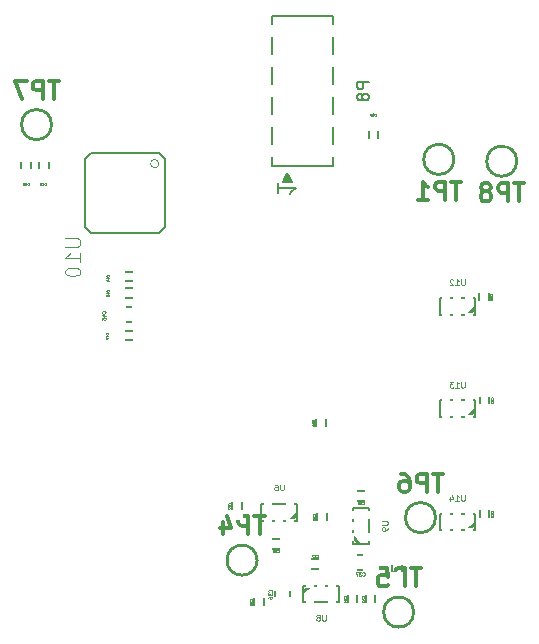
<source format=gbo>
G04 (created by PCBNEW (2013-05-31 BZR 4019)-stable) date 6/26/2014 4:14:42 PM*
%MOIN*%
G04 Gerber Fmt 3.4, Leading zero omitted, Abs format*
%FSLAX34Y34*%
G01*
G70*
G90*
G04 APERTURE LIST*
%ADD10C,0.00590551*%
%ADD11C,0.005*%
%ADD12C,0.0026*%
%ADD13C,0.006*%
%ADD14C,0.003*%
%ADD15C,0.01*%
%ADD16C,0.0078*%
%ADD17C,0.0039*%
%ADD18C,0.0035*%
%ADD19C,0.0016*%
%ADD20C,0.012*%
%ADD21C,0.0024*%
%ADD22C,0.0374*%
%ADD23R,0.0256X0.0414*%
%ADD24C,0.057*%
%ADD25R,0.063X0.0158*%
%ADD26R,0.0158X0.063*%
%ADD27R,0.0374X0.0414*%
%ADD28C,0.0807*%
%ADD29R,0.137827X0.0421575*%
%ADD30R,0.0414X0.0256*%
%ADD31R,0.0414X0.0374*%
%ADD32R,0.0532X0.061*%
%ADD33R,0.061X0.0532*%
%ADD34C,0.182*%
%ADD35O,0.0807402X0.0610551*%
%ADD36R,0.0807402X0.0610551*%
G04 APERTURE END LIST*
G54D10*
G54D11*
X1452Y-7310D02*
X1707Y-7055D01*
X1512Y-7310D02*
X1707Y-7115D01*
X1117Y-6760D02*
X1117Y-6500D01*
X742Y-6760D02*
X742Y-6500D01*
X1492Y-6760D02*
X1492Y-6500D01*
X1117Y-7310D02*
X1117Y-7570D01*
X742Y-7310D02*
X742Y-7570D01*
X1492Y-7310D02*
X1492Y-7570D01*
X1707Y-6760D02*
X527Y-6760D01*
X527Y-6760D02*
X527Y-7310D01*
X527Y-7310D02*
X1707Y-7310D01*
X1707Y-7310D02*
X1707Y-6760D01*
G54D12*
X-11282Y5066D02*
X-11282Y4948D01*
X-11282Y4869D02*
X-11282Y4751D01*
X-11282Y4673D02*
X-11282Y4554D01*
X-11282Y4476D02*
X-11282Y4358D01*
X-11282Y4279D02*
X-11282Y4161D01*
X-11282Y4082D02*
X-11282Y3964D01*
X-11282Y3886D02*
X-11282Y3768D01*
X-11282Y3689D02*
X-11282Y3571D01*
X-11282Y3492D02*
X-11282Y3374D01*
X-11282Y3296D02*
X-11282Y3177D01*
X-11282Y3099D02*
X-11282Y2981D01*
X-11282Y2902D02*
X-11282Y2784D01*
X-10978Y2598D02*
X-11096Y2598D01*
X-10781Y2598D02*
X-10899Y2598D01*
X-10584Y2598D02*
X-10703Y2598D01*
X-10388Y2598D02*
X-10506Y2598D01*
X-10191Y2598D02*
X-10309Y2598D01*
X-9994Y2598D02*
X-10112Y2598D01*
X-9798Y2598D02*
X-9916Y2598D01*
X-9601Y2598D02*
X-9719Y2598D01*
X-9404Y2598D02*
X-9522Y2598D01*
X-9207Y2598D02*
X-9326Y2598D01*
X-9011Y2598D02*
X-9129Y2598D01*
X-8814Y2598D02*
X-8932Y2598D01*
X-8628Y2902D02*
X-8628Y2784D01*
X-8628Y3099D02*
X-8628Y2981D01*
X-8628Y3296D02*
X-8628Y3177D01*
X-8628Y3492D02*
X-8628Y3374D01*
X-8628Y3689D02*
X-8628Y3571D01*
X-8628Y3886D02*
X-8628Y3768D01*
X-8628Y4082D02*
X-8628Y3964D01*
X-8628Y4279D02*
X-8628Y4161D01*
X-8628Y4476D02*
X-8628Y4358D01*
X-8628Y4673D02*
X-8628Y4554D01*
X-8628Y4869D02*
X-8628Y4751D01*
X-8628Y5066D02*
X-8628Y4948D01*
X-8814Y5252D02*
X-8932Y5252D01*
X-9011Y5252D02*
X-9129Y5252D01*
X-9404Y5252D02*
X-9522Y5252D01*
X-9207Y5252D02*
X-9326Y5252D01*
X-9798Y5252D02*
X-9916Y5252D01*
X-9601Y5252D02*
X-9719Y5252D01*
X-10191Y5252D02*
X-10309Y5252D01*
X-9994Y5252D02*
X-10112Y5252D01*
X-10584Y5252D02*
X-10703Y5252D01*
X-10388Y5252D02*
X-10506Y5252D01*
X-10781Y5252D02*
X-10899Y5252D01*
X-10978Y5252D02*
X-11096Y5252D01*
G54D13*
X-8824Y5252D02*
X-8628Y5056D01*
X-8628Y5056D02*
X-8628Y2794D01*
X-8628Y2794D02*
X-8824Y2598D01*
X-8824Y2598D02*
X-11086Y2598D01*
X-11086Y2598D02*
X-11282Y2794D01*
X-11282Y2794D02*
X-11282Y5056D01*
X-11282Y5056D02*
X-11086Y5252D01*
X-11086Y5252D02*
X-8824Y5252D01*
G54D14*
X-8832Y4909D02*
G75*
G03X-8832Y4909I-138J0D01*
G74*
G01*
G54D11*
X-3840Y-8600D02*
X-3840Y-8280D01*
X-3400Y-8290D02*
X-3400Y-8600D01*
X-3300Y-8280D02*
X-3940Y-8280D01*
X-3940Y-8280D02*
X-3940Y-8600D01*
X-3940Y-8600D02*
X-3300Y-8600D01*
X-3300Y-8600D02*
X-3300Y-8280D01*
G54D15*
X-790Y-10040D02*
G75*
G03X-790Y-10040I-50J0D01*
G74*
G01*
X-337Y-10040D02*
G75*
G03X-337Y-10040I-502J0D01*
G74*
G01*
X-60Y-6890D02*
G75*
G03X-60Y-6890I-50J0D01*
G74*
G01*
X392Y-6890D02*
G75*
G03X392Y-6890I-502J0D01*
G74*
G01*
G54D16*
X-5063Y9825D02*
X-5063Y4825D01*
X-3016Y4825D02*
X-3016Y9825D01*
X-5063Y9825D02*
X-3016Y9825D01*
X-3016Y4825D02*
X-5063Y4825D01*
X-4870Y4258D02*
X-4870Y4084D01*
X-4453Y3907D02*
X-4421Y3958D01*
X-4421Y3958D02*
X-4370Y4021D01*
X-4370Y4021D02*
X-4303Y4076D01*
X-4303Y4076D02*
X-4268Y4088D01*
X-4268Y4088D02*
X-4870Y4088D01*
X-4870Y4088D02*
X-4870Y3915D01*
X-4591Y4478D02*
X-4512Y4478D01*
X-4512Y4439D02*
X-4591Y4439D01*
X-4630Y4399D02*
X-4473Y4399D01*
X-4473Y4360D02*
X-4630Y4360D01*
X-4669Y4321D02*
X-4433Y4321D01*
X-4551Y4596D02*
X-4709Y4281D01*
X-4709Y4281D02*
X-4394Y4281D01*
X-4394Y4281D02*
X-4551Y4596D01*
G54D15*
X-6010Y-8310D02*
G75*
G03X-6010Y-8310I-50J0D01*
G74*
G01*
X-5557Y-8310D02*
G75*
G03X-5557Y-8310I-502J0D01*
G74*
G01*
G54D11*
X-4485Y-6990D02*
X-4230Y-6735D01*
X-4425Y-6990D02*
X-4230Y-6795D01*
X-5195Y-6440D02*
X-5195Y-6180D01*
X-4445Y-6440D02*
X-4445Y-6180D01*
X-4820Y-6990D02*
X-4820Y-7250D01*
X-5195Y-6990D02*
X-5195Y-7250D01*
X-4445Y-6990D02*
X-4445Y-7250D01*
X-4230Y-6440D02*
X-5410Y-6440D01*
X-5410Y-6440D02*
X-5410Y-6990D01*
X-5410Y-6990D02*
X-4230Y-6990D01*
X-4230Y-6990D02*
X-4230Y-6440D01*
X-3755Y-9165D02*
X-4010Y-9420D01*
X-3815Y-9165D02*
X-4010Y-9360D01*
X-3045Y-9715D02*
X-3045Y-9975D01*
X-3795Y-9715D02*
X-3795Y-9975D01*
X-3420Y-9165D02*
X-3420Y-8905D01*
X-3045Y-9165D02*
X-3045Y-8905D01*
X-3795Y-9165D02*
X-3795Y-8905D01*
X-4010Y-9715D02*
X-2830Y-9715D01*
X-2830Y-9715D02*
X-2830Y-9165D01*
X-2830Y-9165D02*
X-4010Y-9165D01*
X-4010Y-9165D02*
X-4010Y-9715D01*
X-2370Y-7500D02*
X-2115Y-7755D01*
X-2370Y-7560D02*
X-2175Y-7755D01*
X-1820Y-6790D02*
X-1560Y-6790D01*
X-1820Y-7540D02*
X-1560Y-7540D01*
X-2370Y-7165D02*
X-2630Y-7165D01*
X-2370Y-6790D02*
X-2630Y-6790D01*
X-2370Y-7540D02*
X-2630Y-7540D01*
X-1820Y-7755D02*
X-1820Y-6575D01*
X-1820Y-6575D02*
X-2370Y-6575D01*
X-2370Y-6575D02*
X-2370Y-7755D01*
X-2370Y-7755D02*
X-1820Y-7755D01*
X1452Y-122D02*
X1707Y132D01*
X1512Y-122D02*
X1707Y72D01*
X1117Y427D02*
X1117Y687D01*
X742Y427D02*
X742Y687D01*
X1492Y427D02*
X1492Y687D01*
X1117Y-122D02*
X1117Y-382D01*
X742Y-122D02*
X742Y-382D01*
X1492Y-122D02*
X1492Y-382D01*
X1707Y427D02*
X527Y427D01*
X527Y427D02*
X527Y-122D01*
X527Y-122D02*
X1707Y-122D01*
X1707Y-122D02*
X1707Y427D01*
X-5340Y-9930D02*
X-5660Y-9930D01*
X-5650Y-9490D02*
X-5340Y-9490D01*
X-5660Y-9390D02*
X-5660Y-10030D01*
X-5660Y-10030D02*
X-5340Y-10030D01*
X-5340Y-10030D02*
X-5340Y-9390D01*
X-5340Y-9390D02*
X-5660Y-9390D01*
X-13415Y5070D02*
X-13095Y5070D01*
X-13105Y4630D02*
X-13415Y4630D01*
X-13095Y4530D02*
X-13095Y5170D01*
X-13095Y5170D02*
X-13415Y5170D01*
X-13415Y5170D02*
X-13415Y4530D01*
X-13415Y4530D02*
X-13095Y4530D01*
X-12815Y5070D02*
X-12495Y5070D01*
X-12505Y4630D02*
X-12815Y4630D01*
X-12495Y4530D02*
X-12495Y5170D01*
X-12495Y5170D02*
X-12815Y5170D01*
X-12815Y5170D02*
X-12815Y4530D01*
X-12815Y4530D02*
X-12495Y4530D01*
X-1610Y-9835D02*
X-1930Y-9835D01*
X-1920Y-9395D02*
X-1610Y-9395D01*
X-1930Y-9295D02*
X-1930Y-9935D01*
X-1930Y-9935D02*
X-1610Y-9935D01*
X-1610Y-9935D02*
X-1610Y-9295D01*
X-1610Y-9295D02*
X-1930Y-9295D01*
X1870Y-2765D02*
X2190Y-2765D01*
X2180Y-3205D02*
X1870Y-3205D01*
X2190Y-3305D02*
X2190Y-2665D01*
X2190Y-2665D02*
X1870Y-2665D01*
X1870Y-2665D02*
X1870Y-3305D01*
X1870Y-3305D02*
X2190Y-3305D01*
X1845Y685D02*
X2165Y685D01*
X2155Y245D02*
X1845Y245D01*
X2165Y145D02*
X2165Y785D01*
X2165Y785D02*
X1845Y785D01*
X1845Y785D02*
X1845Y145D01*
X1845Y145D02*
X2165Y145D01*
X-9610Y760D02*
X-9610Y440D01*
X-10050Y450D02*
X-10050Y760D01*
X-10150Y440D02*
X-9510Y440D01*
X-9510Y440D02*
X-9510Y760D01*
X-9510Y760D02*
X-10150Y760D01*
X-10150Y760D02*
X-10150Y440D01*
X-9580Y-375D02*
X-9580Y125D01*
X-10080Y-375D02*
X-10080Y115D01*
X-10230Y-375D02*
X-9430Y-375D01*
X-9430Y-375D02*
X-9430Y125D01*
X-9430Y125D02*
X-10230Y125D01*
X-10230Y125D02*
X-10230Y-375D01*
X1870Y-6540D02*
X2190Y-6540D01*
X2180Y-6980D02*
X1870Y-6980D01*
X2190Y-7080D02*
X2190Y-6440D01*
X2190Y-6440D02*
X1870Y-6440D01*
X1870Y-6440D02*
X1870Y-7080D01*
X1870Y-7080D02*
X2190Y-7080D01*
X-1840Y6080D02*
X-1520Y6080D01*
X-1530Y5640D02*
X-1840Y5640D01*
X-1520Y5540D02*
X-1520Y6180D01*
X-1520Y6180D02*
X-1840Y6180D01*
X-1840Y6180D02*
X-1840Y5540D01*
X-1840Y5540D02*
X-1520Y5540D01*
X-9610Y1310D02*
X-9610Y990D01*
X-10050Y1000D02*
X-10050Y1310D01*
X-10150Y990D02*
X-9510Y990D01*
X-9510Y990D02*
X-9510Y1310D01*
X-9510Y1310D02*
X-10150Y1310D01*
X-10150Y1310D02*
X-10150Y990D01*
X-9610Y-665D02*
X-9610Y-985D01*
X-10050Y-975D02*
X-10050Y-665D01*
X-10150Y-985D02*
X-9510Y-985D01*
X-9510Y-985D02*
X-9510Y-665D01*
X-9510Y-665D02*
X-10150Y-665D01*
X-10150Y-665D02*
X-10150Y-985D01*
X-1055Y-8370D02*
X-735Y-8370D01*
X-745Y-8810D02*
X-1055Y-8810D01*
X-735Y-8910D02*
X-735Y-8270D01*
X-735Y-8270D02*
X-1055Y-8270D01*
X-1055Y-8270D02*
X-1055Y-8910D01*
X-1055Y-8910D02*
X-735Y-8910D01*
X-1870Y-8640D02*
X-1870Y-8140D01*
X-2370Y-8640D02*
X-2370Y-8150D01*
X-2520Y-8640D02*
X-1720Y-8640D01*
X-1720Y-8640D02*
X-1720Y-8140D01*
X-1720Y-8140D02*
X-2520Y-8140D01*
X-2520Y-8140D02*
X-2520Y-8640D01*
X1452Y-3535D02*
X1707Y-3280D01*
X1512Y-3535D02*
X1707Y-3340D01*
X1117Y-2985D02*
X1117Y-2725D01*
X742Y-2985D02*
X742Y-2725D01*
X1492Y-2985D02*
X1492Y-2725D01*
X1117Y-3535D02*
X1117Y-3795D01*
X742Y-3535D02*
X742Y-3795D01*
X1492Y-3535D02*
X1492Y-3795D01*
X1707Y-2985D02*
X527Y-2985D01*
X527Y-2985D02*
X527Y-3535D01*
X527Y-3535D02*
X1707Y-3535D01*
X1707Y-3535D02*
X1707Y-2985D01*
G54D15*
X-12860Y6210D02*
G75*
G03X-12860Y6210I-50J0D01*
G74*
G01*
X-12407Y6210D02*
G75*
G03X-12407Y6210I-502J0D01*
G74*
G01*
G54D11*
X-6060Y-6730D02*
X-6380Y-6730D01*
X-6370Y-6290D02*
X-6060Y-6290D01*
X-6380Y-6190D02*
X-6380Y-6830D01*
X-6380Y-6830D02*
X-6060Y-6830D01*
X-6060Y-6830D02*
X-6060Y-6190D01*
X-6060Y-6190D02*
X-6380Y-6190D01*
X-4700Y-7605D02*
X-4700Y-7925D01*
X-5140Y-7915D02*
X-5140Y-7605D01*
X-5240Y-7925D02*
X-4600Y-7925D01*
X-4600Y-7925D02*
X-4600Y-7605D01*
X-4600Y-7605D02*
X-5240Y-7605D01*
X-5240Y-7605D02*
X-5240Y-7925D01*
X-1875Y-6005D02*
X-1875Y-6325D01*
X-2315Y-6315D02*
X-2315Y-6005D01*
X-2415Y-6325D02*
X-1775Y-6325D01*
X-1775Y-6325D02*
X-1775Y-6005D01*
X-1775Y-6005D02*
X-2415Y-6005D01*
X-2415Y-6005D02*
X-2415Y-6325D01*
X-2210Y-9835D02*
X-2530Y-9835D01*
X-2520Y-9395D02*
X-2210Y-9395D01*
X-2530Y-9295D02*
X-2530Y-9935D01*
X-2530Y-9935D02*
X-2210Y-9935D01*
X-2210Y-9935D02*
X-2210Y-9295D01*
X-2210Y-9295D02*
X-2530Y-9295D01*
X-3235Y-7085D02*
X-3555Y-7085D01*
X-3545Y-6645D02*
X-3235Y-6645D01*
X-3555Y-6545D02*
X-3555Y-7185D01*
X-3555Y-7185D02*
X-3235Y-7185D01*
X-3235Y-7185D02*
X-3235Y-6545D01*
X-3235Y-6545D02*
X-3555Y-6545D01*
X-4970Y-9690D02*
X-4470Y-9690D01*
X-4970Y-9190D02*
X-4480Y-9190D01*
X-4970Y-9040D02*
X-4970Y-9840D01*
X-4970Y-9840D02*
X-4470Y-9840D01*
X-4470Y-9840D02*
X-4470Y-9040D01*
X-4470Y-9040D02*
X-4970Y-9040D01*
G54D15*
X550Y5050D02*
G75*
G03X550Y5050I-50J0D01*
G74*
G01*
X1002Y5050D02*
G75*
G03X1002Y5050I-502J0D01*
G74*
G01*
G54D11*
X-3270Y-3950D02*
X-3590Y-3950D01*
X-3580Y-3510D02*
X-3270Y-3510D01*
X-3590Y-3410D02*
X-3590Y-4050D01*
X-3590Y-4050D02*
X-3270Y-4050D01*
X-3270Y-4050D02*
X-3270Y-3410D01*
X-3270Y-3410D02*
X-3590Y-3410D01*
G54D15*
X2650Y4990D02*
G75*
G03X2650Y4990I-50J0D01*
G74*
G01*
X3102Y4990D02*
G75*
G03X3102Y4990I-502J0D01*
G74*
G01*
G54D17*
X1361Y-6137D02*
X1361Y-6297D01*
X1352Y-6315D01*
X1342Y-6325D01*
X1323Y-6334D01*
X1286Y-6334D01*
X1267Y-6325D01*
X1258Y-6315D01*
X1248Y-6297D01*
X1248Y-6137D01*
X1051Y-6334D02*
X1164Y-6334D01*
X1108Y-6334D02*
X1108Y-6137D01*
X1126Y-6165D01*
X1145Y-6184D01*
X1164Y-6194D01*
X882Y-6203D02*
X882Y-6334D01*
X929Y-6128D02*
X976Y-6269D01*
X854Y-6269D01*
G54D18*
X-11952Y2419D02*
X-11547Y2419D01*
X-11500Y2395D01*
X-11476Y2371D01*
X-11452Y2323D01*
X-11452Y2228D01*
X-11476Y2180D01*
X-11500Y2157D01*
X-11547Y2133D01*
X-11952Y2133D01*
X-11452Y1633D02*
X-11452Y1919D01*
X-11452Y1776D02*
X-11952Y1776D01*
X-11881Y1823D01*
X-11833Y1871D01*
X-11809Y1919D01*
X-11952Y1323D02*
X-11952Y1276D01*
X-11928Y1228D01*
X-11905Y1204D01*
X-11857Y1180D01*
X-11762Y1157D01*
X-11643Y1157D01*
X-11547Y1180D01*
X-11500Y1204D01*
X-11476Y1228D01*
X-11452Y1276D01*
X-11452Y1323D01*
X-11476Y1371D01*
X-11500Y1395D01*
X-11547Y1419D01*
X-11643Y1442D01*
X-11762Y1442D01*
X-11857Y1419D01*
X-11905Y1395D01*
X-11928Y1371D01*
X-11952Y1323D01*
G54D19*
X-3569Y-8214D02*
X-3565Y-8218D01*
X-3554Y-8221D01*
X-3546Y-8221D01*
X-3535Y-8218D01*
X-3527Y-8210D01*
X-3524Y-8203D01*
X-3520Y-8188D01*
X-3520Y-8176D01*
X-3524Y-8161D01*
X-3527Y-8154D01*
X-3535Y-8146D01*
X-3546Y-8142D01*
X-3554Y-8142D01*
X-3565Y-8146D01*
X-3569Y-8150D01*
X-3595Y-8142D02*
X-3644Y-8142D01*
X-3618Y-8173D01*
X-3629Y-8173D01*
X-3636Y-8176D01*
X-3640Y-8180D01*
X-3644Y-8188D01*
X-3644Y-8206D01*
X-3640Y-8214D01*
X-3636Y-8218D01*
X-3629Y-8221D01*
X-3606Y-8221D01*
X-3599Y-8218D01*
X-3595Y-8214D01*
X-3674Y-8150D02*
X-3678Y-8146D01*
X-3685Y-8142D01*
X-3704Y-8142D01*
X-3712Y-8146D01*
X-3715Y-8150D01*
X-3719Y-8158D01*
X-3719Y-8165D01*
X-3715Y-8176D01*
X-3670Y-8221D01*
X-3719Y-8221D01*
G54D20*
X-82Y-8582D02*
X-425Y-8582D01*
X-254Y-9182D02*
X-254Y-8582D01*
X-625Y-9182D02*
X-625Y-8582D01*
X-854Y-8582D01*
X-911Y-8611D01*
X-940Y-8640D01*
X-968Y-8697D01*
X-968Y-8782D01*
X-940Y-8840D01*
X-911Y-8868D01*
X-854Y-8897D01*
X-625Y-8897D01*
X-1511Y-8582D02*
X-1225Y-8582D01*
X-1197Y-8868D01*
X-1225Y-8840D01*
X-1282Y-8811D01*
X-1425Y-8811D01*
X-1482Y-8840D01*
X-1511Y-8868D01*
X-1540Y-8925D01*
X-1540Y-9068D01*
X-1511Y-9125D01*
X-1482Y-9154D01*
X-1425Y-9182D01*
X-1282Y-9182D01*
X-1225Y-9154D01*
X-1197Y-9125D01*
X647Y-5432D02*
X304Y-5432D01*
X475Y-6032D02*
X475Y-5432D01*
X104Y-6032D02*
X104Y-5432D01*
X-124Y-5432D01*
X-181Y-5461D01*
X-210Y-5490D01*
X-238Y-5547D01*
X-238Y-5632D01*
X-210Y-5690D01*
X-181Y-5718D01*
X-124Y-5747D01*
X104Y-5747D01*
X-752Y-5432D02*
X-638Y-5432D01*
X-581Y-5461D01*
X-552Y-5490D01*
X-495Y-5575D01*
X-467Y-5690D01*
X-467Y-5918D01*
X-495Y-5975D01*
X-524Y-6004D01*
X-581Y-6032D01*
X-695Y-6032D01*
X-752Y-6004D01*
X-781Y-5975D01*
X-810Y-5918D01*
X-810Y-5775D01*
X-781Y-5718D01*
X-752Y-5690D01*
X-695Y-5661D01*
X-581Y-5661D01*
X-524Y-5690D01*
X-495Y-5718D01*
X-467Y-5775D01*
G54D16*
X-1833Y7615D02*
X-2226Y7615D01*
X-2226Y7465D01*
X-2207Y7427D01*
X-2189Y7409D01*
X-2151Y7390D01*
X-2095Y7390D01*
X-2058Y7409D01*
X-2039Y7427D01*
X-2020Y7465D01*
X-2020Y7615D01*
X-2058Y7165D02*
X-2076Y7203D01*
X-2095Y7222D01*
X-2133Y7240D01*
X-2151Y7240D01*
X-2189Y7222D01*
X-2207Y7203D01*
X-2226Y7165D01*
X-2226Y7091D01*
X-2207Y7053D01*
X-2189Y7034D01*
X-2151Y7016D01*
X-2133Y7016D01*
X-2095Y7034D01*
X-2076Y7053D01*
X-2058Y7091D01*
X-2058Y7165D01*
X-2039Y7203D01*
X-2020Y7222D01*
X-1983Y7240D01*
X-1908Y7240D01*
X-1871Y7222D01*
X-1852Y7203D01*
X-1833Y7165D01*
X-1833Y7091D01*
X-1852Y7053D01*
X-1871Y7034D01*
X-1908Y7016D01*
X-1983Y7016D01*
X-2020Y7034D01*
X-2039Y7053D01*
X-2058Y7091D01*
G54D20*
X-5302Y-6852D02*
X-5645Y-6852D01*
X-5474Y-7452D02*
X-5474Y-6852D01*
X-5845Y-7452D02*
X-5845Y-6852D01*
X-6074Y-6852D01*
X-6131Y-6881D01*
X-6160Y-6910D01*
X-6188Y-6967D01*
X-6188Y-7052D01*
X-6160Y-7110D01*
X-6131Y-7138D01*
X-6074Y-7167D01*
X-5845Y-7167D01*
X-6702Y-7052D02*
X-6702Y-7452D01*
X-6560Y-6824D02*
X-6417Y-7252D01*
X-6788Y-7252D01*
G54D17*
X-4669Y-5787D02*
X-4669Y-5947D01*
X-4679Y-5965D01*
X-4688Y-5975D01*
X-4707Y-5984D01*
X-4744Y-5984D01*
X-4763Y-5975D01*
X-4773Y-5965D01*
X-4782Y-5947D01*
X-4782Y-5787D01*
X-4960Y-5787D02*
X-4923Y-5787D01*
X-4904Y-5797D01*
X-4895Y-5806D01*
X-4876Y-5834D01*
X-4866Y-5872D01*
X-4866Y-5947D01*
X-4876Y-5965D01*
X-4885Y-5975D01*
X-4904Y-5984D01*
X-4941Y-5984D01*
X-4960Y-5975D01*
X-4970Y-5965D01*
X-4979Y-5947D01*
X-4979Y-5900D01*
X-4970Y-5881D01*
X-4960Y-5872D01*
X-4941Y-5862D01*
X-4904Y-5862D01*
X-4885Y-5872D01*
X-4876Y-5881D01*
X-4866Y-5900D01*
X-3269Y-10132D02*
X-3269Y-10292D01*
X-3279Y-10310D01*
X-3288Y-10320D01*
X-3307Y-10329D01*
X-3344Y-10329D01*
X-3363Y-10320D01*
X-3373Y-10310D01*
X-3382Y-10292D01*
X-3382Y-10132D01*
X-3504Y-10217D02*
X-3485Y-10207D01*
X-3476Y-10198D01*
X-3466Y-10179D01*
X-3466Y-10170D01*
X-3476Y-10151D01*
X-3485Y-10142D01*
X-3504Y-10132D01*
X-3541Y-10132D01*
X-3560Y-10142D01*
X-3570Y-10151D01*
X-3579Y-10170D01*
X-3579Y-10179D01*
X-3570Y-10198D01*
X-3560Y-10207D01*
X-3541Y-10217D01*
X-3504Y-10217D01*
X-3485Y-10226D01*
X-3476Y-10235D01*
X-3466Y-10254D01*
X-3466Y-10292D01*
X-3476Y-10310D01*
X-3485Y-10320D01*
X-3504Y-10329D01*
X-3541Y-10329D01*
X-3560Y-10320D01*
X-3570Y-10310D01*
X-3579Y-10292D01*
X-3579Y-10254D01*
X-3570Y-10235D01*
X-3560Y-10226D01*
X-3541Y-10217D01*
X-1402Y-7014D02*
X-1242Y-7014D01*
X-1224Y-7024D01*
X-1214Y-7033D01*
X-1205Y-7052D01*
X-1205Y-7089D01*
X-1214Y-7108D01*
X-1224Y-7118D01*
X-1242Y-7127D01*
X-1402Y-7127D01*
X-1205Y-7230D02*
X-1205Y-7268D01*
X-1214Y-7286D01*
X-1224Y-7296D01*
X-1252Y-7315D01*
X-1289Y-7324D01*
X-1364Y-7324D01*
X-1383Y-7315D01*
X-1392Y-7305D01*
X-1402Y-7286D01*
X-1402Y-7249D01*
X-1392Y-7230D01*
X-1383Y-7221D01*
X-1364Y-7211D01*
X-1317Y-7211D01*
X-1299Y-7221D01*
X-1289Y-7230D01*
X-1280Y-7249D01*
X-1280Y-7286D01*
X-1289Y-7305D01*
X-1299Y-7315D01*
X-1317Y-7324D01*
X1361Y1049D02*
X1361Y890D01*
X1352Y871D01*
X1342Y862D01*
X1323Y852D01*
X1286Y852D01*
X1267Y862D01*
X1258Y871D01*
X1248Y890D01*
X1248Y1049D01*
X1051Y852D02*
X1164Y852D01*
X1108Y852D02*
X1108Y1049D01*
X1126Y1021D01*
X1145Y1002D01*
X1164Y993D01*
X976Y1031D02*
X967Y1040D01*
X948Y1049D01*
X901Y1049D01*
X882Y1040D01*
X873Y1031D01*
X864Y1012D01*
X864Y993D01*
X873Y965D01*
X986Y852D01*
X864Y852D01*
G54D19*
X-5725Y-9659D02*
X-5721Y-9655D01*
X-5718Y-9644D01*
X-5718Y-9636D01*
X-5721Y-9625D01*
X-5729Y-9617D01*
X-5736Y-9614D01*
X-5751Y-9610D01*
X-5763Y-9610D01*
X-5778Y-9614D01*
X-5785Y-9617D01*
X-5793Y-9625D01*
X-5797Y-9636D01*
X-5797Y-9644D01*
X-5793Y-9655D01*
X-5789Y-9659D01*
X-5797Y-9685D02*
X-5797Y-9734D01*
X-5766Y-9708D01*
X-5766Y-9719D01*
X-5763Y-9726D01*
X-5759Y-9730D01*
X-5751Y-9734D01*
X-5733Y-9734D01*
X-5725Y-9730D01*
X-5721Y-9726D01*
X-5718Y-9719D01*
X-5718Y-9696D01*
X-5721Y-9689D01*
X-5725Y-9685D01*
X-5718Y-9772D02*
X-5718Y-9787D01*
X-5721Y-9794D01*
X-5725Y-9798D01*
X-5736Y-9805D01*
X-5751Y-9809D01*
X-5781Y-9809D01*
X-5789Y-9805D01*
X-5793Y-9802D01*
X-5797Y-9794D01*
X-5797Y-9779D01*
X-5793Y-9772D01*
X-5789Y-9768D01*
X-5781Y-9764D01*
X-5763Y-9764D01*
X-5755Y-9768D01*
X-5751Y-9772D01*
X-5748Y-9779D01*
X-5748Y-9794D01*
X-5751Y-9802D01*
X-5755Y-9805D01*
X-5763Y-9809D01*
X-13204Y4200D02*
X-13200Y4196D01*
X-13189Y4193D01*
X-13181Y4193D01*
X-13170Y4196D01*
X-13162Y4204D01*
X-13159Y4211D01*
X-13155Y4226D01*
X-13155Y4238D01*
X-13159Y4253D01*
X-13162Y4260D01*
X-13170Y4268D01*
X-13181Y4272D01*
X-13189Y4272D01*
X-13200Y4268D01*
X-13204Y4264D01*
X-13271Y4245D02*
X-13271Y4193D01*
X-13253Y4275D02*
X-13234Y4219D01*
X-13283Y4219D01*
X-13324Y4238D02*
X-13317Y4241D01*
X-13313Y4245D01*
X-13309Y4253D01*
X-13309Y4256D01*
X-13313Y4264D01*
X-13317Y4268D01*
X-13324Y4272D01*
X-13339Y4272D01*
X-13347Y4268D01*
X-13350Y4264D01*
X-13354Y4256D01*
X-13354Y4253D01*
X-13350Y4245D01*
X-13347Y4241D01*
X-13339Y4238D01*
X-13324Y4238D01*
X-13317Y4234D01*
X-13313Y4230D01*
X-13309Y4223D01*
X-13309Y4208D01*
X-13313Y4200D01*
X-13317Y4196D01*
X-13324Y4193D01*
X-13339Y4193D01*
X-13347Y4196D01*
X-13350Y4200D01*
X-13354Y4208D01*
X-13354Y4223D01*
X-13350Y4230D01*
X-13347Y4234D01*
X-13339Y4238D01*
X-12629Y4200D02*
X-12625Y4196D01*
X-12614Y4193D01*
X-12606Y4193D01*
X-12595Y4196D01*
X-12587Y4204D01*
X-12584Y4211D01*
X-12580Y4226D01*
X-12580Y4238D01*
X-12584Y4253D01*
X-12587Y4260D01*
X-12595Y4268D01*
X-12606Y4272D01*
X-12614Y4272D01*
X-12625Y4268D01*
X-12629Y4264D01*
X-12696Y4245D02*
X-12696Y4193D01*
X-12678Y4275D02*
X-12659Y4219D01*
X-12708Y4219D01*
X-12730Y4272D02*
X-12779Y4272D01*
X-12753Y4241D01*
X-12764Y4241D01*
X-12772Y4238D01*
X-12775Y4234D01*
X-12779Y4226D01*
X-12779Y4208D01*
X-12775Y4200D01*
X-12772Y4196D01*
X-12764Y4193D01*
X-12742Y4193D01*
X-12734Y4196D01*
X-12730Y4200D01*
X-1995Y-9564D02*
X-1991Y-9560D01*
X-1988Y-9549D01*
X-1988Y-9541D01*
X-1991Y-9530D01*
X-1999Y-9522D01*
X-2006Y-9519D01*
X-2021Y-9515D01*
X-2033Y-9515D01*
X-2048Y-9519D01*
X-2055Y-9522D01*
X-2063Y-9530D01*
X-2067Y-9541D01*
X-2067Y-9549D01*
X-2063Y-9560D01*
X-2059Y-9564D01*
X-2040Y-9631D02*
X-1988Y-9631D01*
X-2070Y-9613D02*
X-2014Y-9594D01*
X-2014Y-9643D01*
X-2059Y-9669D02*
X-2063Y-9673D01*
X-2067Y-9680D01*
X-2067Y-9699D01*
X-2063Y-9707D01*
X-2059Y-9710D01*
X-2051Y-9714D01*
X-2044Y-9714D01*
X-2033Y-9710D01*
X-1988Y-9665D01*
X-1988Y-9714D01*
X2304Y-2934D02*
X2308Y-2930D01*
X2311Y-2919D01*
X2311Y-2911D01*
X2308Y-2900D01*
X2300Y-2892D01*
X2293Y-2889D01*
X2278Y-2885D01*
X2266Y-2885D01*
X2251Y-2889D01*
X2244Y-2892D01*
X2236Y-2900D01*
X2232Y-2911D01*
X2232Y-2919D01*
X2236Y-2930D01*
X2240Y-2934D01*
X2232Y-3005D02*
X2232Y-2968D01*
X2270Y-2964D01*
X2266Y-2968D01*
X2263Y-2975D01*
X2263Y-2994D01*
X2266Y-3001D01*
X2270Y-3005D01*
X2278Y-3009D01*
X2296Y-3009D01*
X2304Y-3005D01*
X2308Y-3001D01*
X2311Y-2994D01*
X2311Y-2975D01*
X2308Y-2968D01*
X2304Y-2964D01*
X2311Y-3084D02*
X2311Y-3039D01*
X2311Y-3062D02*
X2232Y-3062D01*
X2244Y-3054D01*
X2251Y-3047D01*
X2255Y-3039D01*
X2279Y515D02*
X2283Y519D01*
X2286Y530D01*
X2286Y538D01*
X2283Y549D01*
X2275Y557D01*
X2268Y560D01*
X2253Y564D01*
X2241Y564D01*
X2226Y560D01*
X2219Y557D01*
X2211Y549D01*
X2207Y538D01*
X2207Y530D01*
X2211Y519D01*
X2215Y515D01*
X2207Y444D02*
X2207Y481D01*
X2245Y485D01*
X2241Y481D01*
X2238Y474D01*
X2238Y455D01*
X2241Y448D01*
X2245Y444D01*
X2253Y440D01*
X2271Y440D01*
X2279Y444D01*
X2283Y448D01*
X2286Y455D01*
X2286Y474D01*
X2283Y481D01*
X2279Y485D01*
X2207Y391D02*
X2207Y384D01*
X2211Y376D01*
X2215Y372D01*
X2223Y369D01*
X2238Y365D01*
X2256Y365D01*
X2271Y369D01*
X2279Y372D01*
X2283Y376D01*
X2286Y384D01*
X2286Y391D01*
X2283Y399D01*
X2279Y402D01*
X2271Y406D01*
X2256Y410D01*
X2238Y410D01*
X2223Y406D01*
X2215Y402D01*
X2211Y399D01*
X2207Y391D01*
X-10505Y650D02*
X-10501Y654D01*
X-10498Y665D01*
X-10498Y673D01*
X-10501Y684D01*
X-10509Y692D01*
X-10516Y695D01*
X-10531Y699D01*
X-10543Y699D01*
X-10558Y695D01*
X-10565Y692D01*
X-10573Y684D01*
X-10577Y673D01*
X-10577Y665D01*
X-10573Y654D01*
X-10569Y650D01*
X-10550Y583D02*
X-10498Y583D01*
X-10580Y601D02*
X-10524Y620D01*
X-10524Y571D01*
X-10577Y504D02*
X-10577Y541D01*
X-10539Y545D01*
X-10543Y541D01*
X-10546Y534D01*
X-10546Y515D01*
X-10543Y507D01*
X-10539Y504D01*
X-10531Y500D01*
X-10513Y500D01*
X-10505Y504D01*
X-10501Y507D01*
X-10498Y515D01*
X-10498Y534D01*
X-10501Y541D01*
X-10505Y545D01*
G54D21*
X-10618Y-74D02*
X-10612Y-68D01*
X-10607Y-51D01*
X-10607Y-40D01*
X-10612Y-23D01*
X-10624Y-12D01*
X-10635Y-6D01*
X-10657Y-1D01*
X-10674Y-1D01*
X-10697Y-6D01*
X-10708Y-12D01*
X-10719Y-23D01*
X-10725Y-40D01*
X-10725Y-51D01*
X-10719Y-68D01*
X-10714Y-74D01*
X-10685Y-175D02*
X-10607Y-175D01*
X-10730Y-147D02*
X-10646Y-119D01*
X-10646Y-192D01*
X-10725Y-287D02*
X-10725Y-265D01*
X-10719Y-253D01*
X-10714Y-248D01*
X-10697Y-237D01*
X-10674Y-231D01*
X-10629Y-231D01*
X-10618Y-237D01*
X-10612Y-242D01*
X-10607Y-253D01*
X-10607Y-276D01*
X-10612Y-287D01*
X-10618Y-293D01*
X-10629Y-298D01*
X-10657Y-298D01*
X-10669Y-293D01*
X-10674Y-287D01*
X-10680Y-276D01*
X-10680Y-253D01*
X-10674Y-242D01*
X-10669Y-237D01*
X-10657Y-231D01*
G54D19*
X2304Y-6709D02*
X2308Y-6705D01*
X2311Y-6694D01*
X2311Y-6686D01*
X2308Y-6675D01*
X2300Y-6667D01*
X2293Y-6664D01*
X2278Y-6660D01*
X2266Y-6660D01*
X2251Y-6664D01*
X2244Y-6667D01*
X2236Y-6675D01*
X2232Y-6686D01*
X2232Y-6694D01*
X2236Y-6705D01*
X2240Y-6709D01*
X2232Y-6780D02*
X2232Y-6743D01*
X2270Y-6739D01*
X2266Y-6743D01*
X2263Y-6750D01*
X2263Y-6769D01*
X2266Y-6776D01*
X2270Y-6780D01*
X2278Y-6784D01*
X2296Y-6784D01*
X2304Y-6780D01*
X2308Y-6776D01*
X2311Y-6769D01*
X2311Y-6750D01*
X2308Y-6743D01*
X2304Y-6739D01*
X2240Y-6814D02*
X2236Y-6818D01*
X2232Y-6825D01*
X2232Y-6844D01*
X2236Y-6852D01*
X2240Y-6855D01*
X2248Y-6859D01*
X2255Y-6859D01*
X2266Y-6855D01*
X2311Y-6810D01*
X2311Y-6859D01*
X-1629Y6505D02*
X-1625Y6501D01*
X-1614Y6498D01*
X-1606Y6498D01*
X-1595Y6501D01*
X-1587Y6509D01*
X-1584Y6516D01*
X-1580Y6531D01*
X-1580Y6543D01*
X-1584Y6558D01*
X-1587Y6565D01*
X-1595Y6573D01*
X-1606Y6577D01*
X-1614Y6577D01*
X-1625Y6573D01*
X-1629Y6569D01*
X-1696Y6550D02*
X-1696Y6498D01*
X-1678Y6580D02*
X-1659Y6524D01*
X-1708Y6524D01*
X-1742Y6498D02*
X-1757Y6498D01*
X-1764Y6501D01*
X-1768Y6505D01*
X-1775Y6516D01*
X-1779Y6531D01*
X-1779Y6561D01*
X-1775Y6569D01*
X-1772Y6573D01*
X-1764Y6577D01*
X-1749Y6577D01*
X-1742Y6573D01*
X-1738Y6569D01*
X-1734Y6561D01*
X-1734Y6543D01*
X-1738Y6535D01*
X-1742Y6531D01*
X-1749Y6528D01*
X-1764Y6528D01*
X-1772Y6531D01*
X-1775Y6535D01*
X-1779Y6543D01*
X-10505Y1150D02*
X-10501Y1154D01*
X-10498Y1165D01*
X-10498Y1173D01*
X-10501Y1184D01*
X-10509Y1192D01*
X-10516Y1195D01*
X-10531Y1199D01*
X-10543Y1199D01*
X-10558Y1195D01*
X-10565Y1192D01*
X-10573Y1184D01*
X-10577Y1173D01*
X-10577Y1165D01*
X-10573Y1154D01*
X-10569Y1150D01*
X-10550Y1083D02*
X-10498Y1083D01*
X-10580Y1101D02*
X-10524Y1120D01*
X-10524Y1071D01*
X-10550Y1007D02*
X-10498Y1007D01*
X-10580Y1026D02*
X-10524Y1045D01*
X-10524Y996D01*
X-10530Y-774D02*
X-10526Y-770D01*
X-10523Y-759D01*
X-10523Y-751D01*
X-10526Y-740D01*
X-10534Y-732D01*
X-10541Y-729D01*
X-10556Y-725D01*
X-10568Y-725D01*
X-10583Y-729D01*
X-10590Y-732D01*
X-10598Y-740D01*
X-10602Y-751D01*
X-10602Y-759D01*
X-10598Y-770D01*
X-10594Y-774D01*
X-10575Y-841D02*
X-10523Y-841D01*
X-10605Y-823D02*
X-10549Y-804D01*
X-10549Y-853D01*
X-10602Y-875D02*
X-10602Y-928D01*
X-10523Y-894D01*
X-620Y-8539D02*
X-616Y-8535D01*
X-613Y-8524D01*
X-613Y-8516D01*
X-616Y-8505D01*
X-624Y-8497D01*
X-631Y-8494D01*
X-646Y-8490D01*
X-658Y-8490D01*
X-673Y-8494D01*
X-680Y-8497D01*
X-688Y-8505D01*
X-692Y-8516D01*
X-692Y-8524D01*
X-688Y-8535D01*
X-684Y-8539D01*
X-665Y-8606D02*
X-613Y-8606D01*
X-695Y-8588D02*
X-639Y-8569D01*
X-639Y-8618D01*
X-692Y-8663D02*
X-692Y-8670D01*
X-688Y-8678D01*
X-684Y-8682D01*
X-676Y-8685D01*
X-661Y-8689D01*
X-643Y-8689D01*
X-628Y-8685D01*
X-620Y-8682D01*
X-616Y-8678D01*
X-613Y-8670D01*
X-613Y-8663D01*
X-616Y-8655D01*
X-620Y-8652D01*
X-628Y-8648D01*
X-643Y-8644D01*
X-661Y-8644D01*
X-676Y-8648D01*
X-684Y-8652D01*
X-688Y-8655D01*
X-692Y-8663D01*
G54D21*
X-2044Y-8816D02*
X-2038Y-8822D01*
X-2021Y-8827D01*
X-2010Y-8827D01*
X-1993Y-8822D01*
X-1982Y-8810D01*
X-1976Y-8799D01*
X-1971Y-8777D01*
X-1971Y-8760D01*
X-1976Y-8737D01*
X-1982Y-8726D01*
X-1993Y-8715D01*
X-2010Y-8709D01*
X-2021Y-8709D01*
X-2038Y-8715D01*
X-2044Y-8721D01*
X-2083Y-8709D02*
X-2156Y-8709D01*
X-2117Y-8754D01*
X-2134Y-8754D01*
X-2145Y-8760D01*
X-2150Y-8765D01*
X-2156Y-8777D01*
X-2156Y-8805D01*
X-2150Y-8816D01*
X-2145Y-8822D01*
X-2134Y-8827D01*
X-2100Y-8827D01*
X-2089Y-8822D01*
X-2083Y-8816D01*
X-2195Y-8709D02*
X-2274Y-8709D01*
X-2223Y-8827D01*
G54D17*
X1361Y-2362D02*
X1361Y-2522D01*
X1352Y-2540D01*
X1342Y-2550D01*
X1323Y-2559D01*
X1286Y-2559D01*
X1267Y-2550D01*
X1258Y-2540D01*
X1248Y-2522D01*
X1248Y-2362D01*
X1051Y-2559D02*
X1164Y-2559D01*
X1108Y-2559D02*
X1108Y-2362D01*
X1126Y-2390D01*
X1145Y-2409D01*
X1164Y-2419D01*
X986Y-2362D02*
X864Y-2362D01*
X929Y-2437D01*
X901Y-2437D01*
X882Y-2447D01*
X873Y-2456D01*
X864Y-2475D01*
X864Y-2522D01*
X873Y-2540D01*
X882Y-2550D01*
X901Y-2559D01*
X958Y-2559D01*
X976Y-2550D01*
X986Y-2540D01*
G54D20*
X-12152Y7667D02*
X-12495Y7667D01*
X-12324Y7067D02*
X-12324Y7667D01*
X-12695Y7067D02*
X-12695Y7667D01*
X-12924Y7667D01*
X-12981Y7638D01*
X-13010Y7610D01*
X-13038Y7552D01*
X-13038Y7467D01*
X-13010Y7410D01*
X-12981Y7381D01*
X-12924Y7352D01*
X-12695Y7352D01*
X-13238Y7667D02*
X-13638Y7667D01*
X-13381Y7067D01*
G54D19*
X-6445Y-6459D02*
X-6441Y-6455D01*
X-6438Y-6444D01*
X-6438Y-6436D01*
X-6441Y-6425D01*
X-6449Y-6417D01*
X-6456Y-6414D01*
X-6471Y-6410D01*
X-6483Y-6410D01*
X-6498Y-6414D01*
X-6505Y-6417D01*
X-6513Y-6425D01*
X-6517Y-6436D01*
X-6517Y-6444D01*
X-6513Y-6455D01*
X-6509Y-6459D01*
X-6509Y-6489D02*
X-6513Y-6493D01*
X-6517Y-6500D01*
X-6517Y-6519D01*
X-6513Y-6526D01*
X-6509Y-6530D01*
X-6501Y-6534D01*
X-6494Y-6534D01*
X-6483Y-6530D01*
X-6438Y-6485D01*
X-6438Y-6534D01*
X-6517Y-6560D02*
X-6517Y-6613D01*
X-6438Y-6579D01*
X-4869Y-8039D02*
X-4865Y-8043D01*
X-4854Y-8046D01*
X-4846Y-8046D01*
X-4835Y-8043D01*
X-4827Y-8035D01*
X-4824Y-8028D01*
X-4820Y-8013D01*
X-4820Y-8001D01*
X-4824Y-7986D01*
X-4827Y-7979D01*
X-4835Y-7971D01*
X-4846Y-7967D01*
X-4854Y-7967D01*
X-4865Y-7971D01*
X-4869Y-7975D01*
X-4899Y-7975D02*
X-4903Y-7971D01*
X-4910Y-7967D01*
X-4929Y-7967D01*
X-4936Y-7971D01*
X-4940Y-7975D01*
X-4944Y-7983D01*
X-4944Y-7990D01*
X-4940Y-8001D01*
X-4895Y-8046D01*
X-4944Y-8046D01*
X-4989Y-8001D02*
X-4982Y-7998D01*
X-4978Y-7994D01*
X-4974Y-7986D01*
X-4974Y-7983D01*
X-4978Y-7975D01*
X-4982Y-7971D01*
X-4989Y-7967D01*
X-5004Y-7967D01*
X-5012Y-7971D01*
X-5015Y-7975D01*
X-5019Y-7983D01*
X-5019Y-7986D01*
X-5015Y-7994D01*
X-5012Y-7998D01*
X-5004Y-8001D01*
X-4989Y-8001D01*
X-4982Y-8005D01*
X-4978Y-8009D01*
X-4974Y-8016D01*
X-4974Y-8031D01*
X-4978Y-8039D01*
X-4982Y-8043D01*
X-4989Y-8046D01*
X-5004Y-8046D01*
X-5012Y-8043D01*
X-5015Y-8039D01*
X-5019Y-8031D01*
X-5019Y-8016D01*
X-5015Y-8009D01*
X-5012Y-8005D01*
X-5004Y-8001D01*
X-2044Y-6439D02*
X-2040Y-6443D01*
X-2029Y-6446D01*
X-2021Y-6446D01*
X-2010Y-6443D01*
X-2002Y-6435D01*
X-1999Y-6428D01*
X-1995Y-6413D01*
X-1995Y-6401D01*
X-1999Y-6386D01*
X-2002Y-6379D01*
X-2010Y-6371D01*
X-2021Y-6367D01*
X-2029Y-6367D01*
X-2040Y-6371D01*
X-2044Y-6375D01*
X-2070Y-6367D02*
X-2119Y-6367D01*
X-2093Y-6398D01*
X-2104Y-6398D01*
X-2111Y-6401D01*
X-2115Y-6405D01*
X-2119Y-6413D01*
X-2119Y-6431D01*
X-2115Y-6439D01*
X-2111Y-6443D01*
X-2104Y-6446D01*
X-2081Y-6446D01*
X-2074Y-6443D01*
X-2070Y-6439D01*
X-2190Y-6367D02*
X-2153Y-6367D01*
X-2149Y-6405D01*
X-2153Y-6401D01*
X-2160Y-6398D01*
X-2179Y-6398D01*
X-2187Y-6401D01*
X-2190Y-6405D01*
X-2194Y-6413D01*
X-2194Y-6431D01*
X-2190Y-6439D01*
X-2187Y-6443D01*
X-2179Y-6446D01*
X-2160Y-6446D01*
X-2153Y-6443D01*
X-2149Y-6439D01*
X-2595Y-9564D02*
X-2591Y-9560D01*
X-2588Y-9549D01*
X-2588Y-9541D01*
X-2591Y-9530D01*
X-2599Y-9522D01*
X-2606Y-9519D01*
X-2621Y-9515D01*
X-2633Y-9515D01*
X-2648Y-9519D01*
X-2655Y-9522D01*
X-2663Y-9530D01*
X-2667Y-9541D01*
X-2667Y-9549D01*
X-2663Y-9560D01*
X-2659Y-9564D01*
X-2667Y-9590D02*
X-2667Y-9639D01*
X-2636Y-9613D01*
X-2636Y-9624D01*
X-2633Y-9631D01*
X-2629Y-9635D01*
X-2621Y-9639D01*
X-2603Y-9639D01*
X-2595Y-9635D01*
X-2591Y-9631D01*
X-2588Y-9624D01*
X-2588Y-9601D01*
X-2591Y-9594D01*
X-2595Y-9590D01*
X-2640Y-9707D02*
X-2588Y-9707D01*
X-2670Y-9688D02*
X-2614Y-9669D01*
X-2614Y-9718D01*
X-3620Y-6814D02*
X-3616Y-6810D01*
X-3613Y-6799D01*
X-3613Y-6791D01*
X-3616Y-6780D01*
X-3624Y-6772D01*
X-3631Y-6769D01*
X-3646Y-6765D01*
X-3658Y-6765D01*
X-3673Y-6769D01*
X-3680Y-6772D01*
X-3688Y-6780D01*
X-3692Y-6791D01*
X-3692Y-6799D01*
X-3688Y-6810D01*
X-3684Y-6814D01*
X-3692Y-6840D02*
X-3692Y-6889D01*
X-3661Y-6863D01*
X-3661Y-6874D01*
X-3658Y-6881D01*
X-3654Y-6885D01*
X-3646Y-6889D01*
X-3628Y-6889D01*
X-3620Y-6885D01*
X-3616Y-6881D01*
X-3613Y-6874D01*
X-3613Y-6851D01*
X-3616Y-6844D01*
X-3620Y-6840D01*
X-3692Y-6938D02*
X-3692Y-6945D01*
X-3688Y-6953D01*
X-3684Y-6957D01*
X-3676Y-6960D01*
X-3661Y-6964D01*
X-3643Y-6964D01*
X-3628Y-6960D01*
X-3620Y-6957D01*
X-3616Y-6953D01*
X-3613Y-6945D01*
X-3613Y-6938D01*
X-3616Y-6930D01*
X-3620Y-6927D01*
X-3628Y-6923D01*
X-3643Y-6919D01*
X-3661Y-6919D01*
X-3676Y-6923D01*
X-3684Y-6927D01*
X-3688Y-6930D01*
X-3692Y-6938D01*
G54D21*
X-5073Y-9364D02*
X-5067Y-9358D01*
X-5062Y-9341D01*
X-5062Y-9330D01*
X-5067Y-9313D01*
X-5079Y-9302D01*
X-5090Y-9296D01*
X-5112Y-9291D01*
X-5129Y-9291D01*
X-5152Y-9296D01*
X-5163Y-9302D01*
X-5174Y-9313D01*
X-5180Y-9330D01*
X-5180Y-9341D01*
X-5174Y-9358D01*
X-5169Y-9364D01*
X-5180Y-9403D02*
X-5180Y-9476D01*
X-5135Y-9437D01*
X-5135Y-9454D01*
X-5129Y-9465D01*
X-5124Y-9470D01*
X-5112Y-9476D01*
X-5084Y-9476D01*
X-5073Y-9470D01*
X-5067Y-9465D01*
X-5062Y-9454D01*
X-5062Y-9420D01*
X-5067Y-9409D01*
X-5073Y-9403D01*
X-5180Y-9577D02*
X-5180Y-9555D01*
X-5174Y-9543D01*
X-5169Y-9538D01*
X-5152Y-9527D01*
X-5129Y-9521D01*
X-5084Y-9521D01*
X-5073Y-9527D01*
X-5067Y-9532D01*
X-5062Y-9543D01*
X-5062Y-9566D01*
X-5067Y-9577D01*
X-5073Y-9583D01*
X-5084Y-9588D01*
X-5112Y-9588D01*
X-5124Y-9583D01*
X-5129Y-9577D01*
X-5135Y-9566D01*
X-5135Y-9543D01*
X-5129Y-9532D01*
X-5124Y-9527D01*
X-5112Y-9521D01*
G54D20*
X1257Y4307D02*
X914Y4307D01*
X1085Y3707D02*
X1085Y4307D01*
X714Y3707D02*
X714Y4307D01*
X485Y4307D01*
X428Y4278D01*
X400Y4250D01*
X371Y4192D01*
X371Y4107D01*
X400Y4050D01*
X428Y4021D01*
X485Y3992D01*
X714Y3992D01*
X-200Y3707D02*
X142Y3707D01*
X-28Y3707D02*
X-28Y4307D01*
X28Y4221D01*
X85Y4164D01*
X142Y4135D01*
G54D19*
X-3638Y-3679D02*
X-3675Y-3652D01*
X-3638Y-3634D02*
X-3717Y-3634D01*
X-3717Y-3664D01*
X-3713Y-3671D01*
X-3709Y-3675D01*
X-3701Y-3679D01*
X-3690Y-3679D01*
X-3683Y-3675D01*
X-3679Y-3671D01*
X-3675Y-3664D01*
X-3675Y-3634D01*
X-3709Y-3709D02*
X-3713Y-3713D01*
X-3717Y-3720D01*
X-3717Y-3739D01*
X-3713Y-3746D01*
X-3709Y-3750D01*
X-3701Y-3754D01*
X-3694Y-3754D01*
X-3683Y-3750D01*
X-3638Y-3705D01*
X-3638Y-3754D01*
X-3717Y-3803D02*
X-3717Y-3810D01*
X-3713Y-3818D01*
X-3709Y-3822D01*
X-3701Y-3825D01*
X-3686Y-3829D01*
X-3668Y-3829D01*
X-3653Y-3825D01*
X-3645Y-3822D01*
X-3641Y-3818D01*
X-3638Y-3810D01*
X-3638Y-3803D01*
X-3641Y-3795D01*
X-3645Y-3792D01*
X-3653Y-3788D01*
X-3668Y-3784D01*
X-3686Y-3784D01*
X-3701Y-3788D01*
X-3709Y-3792D01*
X-3713Y-3795D01*
X-3717Y-3803D01*
G54D20*
X3357Y4247D02*
X3014Y4247D01*
X3185Y3647D02*
X3185Y4247D01*
X2814Y3647D02*
X2814Y4247D01*
X2585Y4247D01*
X2528Y4218D01*
X2500Y4190D01*
X2471Y4132D01*
X2471Y4047D01*
X2500Y3990D01*
X2528Y3961D01*
X2585Y3932D01*
X2814Y3932D01*
X2128Y3990D02*
X2185Y4018D01*
X2214Y4047D01*
X2242Y4104D01*
X2242Y4132D01*
X2214Y4190D01*
X2185Y4218D01*
X2128Y4247D01*
X2014Y4247D01*
X1957Y4218D01*
X1928Y4190D01*
X1900Y4132D01*
X1900Y4104D01*
X1928Y4047D01*
X1957Y4018D01*
X2014Y3990D01*
X2128Y3990D01*
X2185Y3961D01*
X2214Y3932D01*
X2242Y3875D01*
X2242Y3761D01*
X2214Y3704D01*
X2185Y3675D01*
X2128Y3647D01*
X2014Y3647D01*
X1957Y3675D01*
X1928Y3704D01*
X1900Y3761D01*
X1900Y3875D01*
X1928Y3932D01*
X1957Y3961D01*
X2014Y3990D01*
%LPC*%
G54D22*
X-14690Y-4109D03*
X-14690Y-5841D03*
G54D23*
X1492Y-7451D03*
X742Y-7451D03*
X1117Y-7451D03*
X742Y-6619D03*
X1492Y-6619D03*
X1117Y-6619D03*
G54D24*
X-8984Y-9050D03*
X-8000Y-9050D03*
X-7015Y-9050D03*
X-8984Y-10349D03*
X-8000Y-10349D03*
X-7015Y-10349D03*
G54D25*
X-8282Y5007D03*
X-8282Y4810D03*
X-8282Y4613D03*
X-8282Y4417D03*
X-8282Y4220D03*
X-8282Y4023D03*
X-8282Y3827D03*
X-8282Y3630D03*
X-8282Y3433D03*
X-8282Y3237D03*
X-8282Y3040D03*
X-8282Y2843D03*
G54D26*
X-8873Y2252D03*
X-9070Y2252D03*
X-9267Y2252D03*
X-9463Y2252D03*
X-9660Y2252D03*
X-9857Y2252D03*
X-10053Y2252D03*
X-10250Y2252D03*
X-10447Y2252D03*
X-10643Y2252D03*
X-10840Y2252D03*
X-11037Y2252D03*
G54D25*
X-11628Y2843D03*
X-11628Y3040D03*
X-11628Y3237D03*
X-11628Y3433D03*
X-11628Y3630D03*
X-11628Y3827D03*
X-11628Y4023D03*
X-11628Y4220D03*
X-11628Y4417D03*
X-11628Y4613D03*
X-11628Y4810D03*
X-11628Y5007D03*
G54D26*
X-11037Y5598D03*
X-10840Y5598D03*
X-10643Y5598D03*
X-10447Y5598D03*
X-10250Y5598D03*
X-10053Y5598D03*
X-9857Y5598D03*
X-9660Y5598D03*
X-9463Y5598D03*
X-9267Y5598D03*
X-9070Y5598D03*
X-8873Y5598D03*
G54D27*
X-3916Y-8440D03*
X-3324Y-8440D03*
G54D28*
X-840Y-10040D03*
X-110Y-6890D03*
G54D29*
X-2967Y8325D03*
X-5112Y8325D03*
X-2967Y7325D03*
X-5112Y7325D03*
X-5112Y5325D03*
X-2967Y5325D03*
X-5112Y6325D03*
X-2967Y6325D03*
X-2967Y9325D03*
X-5112Y9325D03*
G54D28*
X-6060Y-8310D03*
G54D23*
X-4445Y-7131D03*
X-5195Y-7131D03*
X-4820Y-7131D03*
X-5195Y-6299D03*
X-4445Y-6299D03*
X-3795Y-9024D03*
X-3045Y-9024D03*
X-3420Y-9024D03*
X-3045Y-9856D03*
X-3795Y-9856D03*
G54D30*
X-2511Y-7540D03*
X-2511Y-6790D03*
X-2511Y-7165D03*
X-1679Y-6790D03*
X-1679Y-7540D03*
G54D23*
X1492Y-263D03*
X742Y-263D03*
X1117Y-263D03*
X742Y568D03*
X1492Y568D03*
X1117Y568D03*
G54D31*
X-5500Y-10006D03*
X-5500Y-9414D03*
X-13255Y5146D03*
X-13255Y4554D03*
X-12655Y5146D03*
X-12655Y4554D03*
X-1770Y-9911D03*
X-1770Y-9319D03*
X2030Y-2689D03*
X2030Y-3281D03*
X2005Y761D03*
X2005Y169D03*
G54D27*
X-9534Y600D03*
X-10126Y600D03*
G54D32*
X-9455Y-125D03*
X-10205Y-125D03*
G54D31*
X2030Y-6464D03*
X2030Y-7056D03*
X-1680Y6156D03*
X-1680Y5564D03*
G54D27*
X-9534Y1150D03*
X-10126Y1150D03*
X-9534Y-825D03*
X-10126Y-825D03*
G54D31*
X-895Y-8294D03*
X-895Y-8886D03*
G54D32*
X-1745Y-8390D03*
X-2495Y-8390D03*
G54D23*
X1492Y-3676D03*
X742Y-3676D03*
X1117Y-3676D03*
X742Y-2844D03*
X1492Y-2844D03*
X1117Y-2844D03*
G54D28*
X-12910Y6210D03*
G54D31*
X-6220Y-6806D03*
X-6220Y-6214D03*
G54D27*
X-4624Y-7765D03*
X-5216Y-7765D03*
X-1799Y-6165D03*
X-2391Y-6165D03*
G54D31*
X-2370Y-9911D03*
X-2370Y-9319D03*
X-3395Y-7161D03*
X-3395Y-6569D03*
G54D33*
X-4720Y-9815D03*
X-4720Y-9065D03*
G54D34*
X4827Y8012D03*
X-11212Y9262D03*
X-11212Y-9737D03*
G54D35*
X4721Y-535D03*
X5918Y-535D03*
X5918Y-1535D03*
X4721Y-1535D03*
X4721Y-2535D03*
X5918Y-2535D03*
X5918Y-3535D03*
X4721Y-3535D03*
X4721Y-4535D03*
X5918Y-4535D03*
G54D36*
X5918Y-6535D03*
G54D35*
X4721Y-6535D03*
X5918Y-5535D03*
X4721Y-5535D03*
G54D28*
X500Y5050D03*
G54D31*
X-3430Y-4026D03*
X-3430Y-3434D03*
G54D28*
X2600Y4990D03*
M02*

</source>
